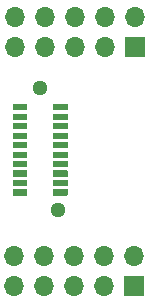
<source format=gbr>
From 2926e887c4360317809bd2a7eb4ad42290cfefe3 Mon Sep 17 00:00:00 2001
From: jaseg <git@jaseg.net>
Date: Fri, 2 Oct 2020 17:33:32 +0200
Subject: Initial commit

---
 .../gerber/dbg_connect_cable-F_Mask.gbr            | 531 +++++++++++++++++++++
 1 file changed, 531 insertions(+)
 create mode 100644 cable/dbg_connect_cable_90/gerber/dbg_connect_cable-F_Mask.gbr

(limited to 'cable/dbg_connect_cable_90/gerber/dbg_connect_cable-F_Mask.gbr')

diff --git a/cable/dbg_connect_cable_90/gerber/dbg_connect_cable-F_Mask.gbr b/cable/dbg_connect_cable_90/gerber/dbg_connect_cable-F_Mask.gbr
new file mode 100644
index 0000000..39f4b62
--- /dev/null
+++ b/cable/dbg_connect_cable_90/gerber/dbg_connect_cable-F_Mask.gbr
@@ -0,0 +1,531 @@
+%TF.GenerationSoftware,KiCad,Pcbnew,(5.99.0-2820-g96f4e8f6f)*%
+%TF.CreationDate,2020-10-02T17:31:36+02:00*%
+%TF.ProjectId,dbg_connect_cable,6462675f-636f-46e6-9e65-63745f636162,rev?*%
+%TF.SameCoordinates,Original*%
+%TF.FileFunction,Soldermask,Top*%
+%TF.FilePolarity,Negative*%
+%FSLAX46Y46*%
+G04 Gerber Fmt 4.6, Leading zero omitted, Abs format (unit mm)*
+G04 Created by KiCad (PCBNEW (5.99.0-2820-g96f4e8f6f)) date 2020-10-02 17:31:36*
+%MOMM*%
+%LPD*%
+G01*
+G04 APERTURE LIST*
+%ADD10C,1.290000*%
+%ADD11R,1.700000X1.700000*%
+%ADD12O,1.700000X1.700000*%
+G04 APERTURE END LIST*
+D10*
+%TO.C,J3*%
+X142000000Y-83800000D03*
+X143500000Y-94100000D03*
+G36*
+G01*
+X144299600Y-92860000D02*
+X143100400Y-92860000D01*
+G75*
+G02*
+X143090000Y-92849600I0J10400D01*
+G01*
+X143090000Y-92350400D01*
+G75*
+G02*
+X143100400Y-92340000I10400J0D01*
+G01*
+X144299600Y-92340000D01*
+G75*
+G02*
+X144310000Y-92350400I0J-10400D01*
+G01*
+X144310000Y-92849600D01*
+G75*
+G02*
+X144299600Y-92860000I-10400J0D01*
+G01*
+G37*
+G36*
+G01*
+X140899600Y-92860000D02*
+X139700400Y-92860000D01*
+G75*
+G02*
+X139690000Y-92849600I0J10400D01*
+G01*
+X139690000Y-92350400D01*
+G75*
+G02*
+X139700400Y-92340000I10400J0D01*
+G01*
+X140899600Y-92340000D01*
+G75*
+G02*
+X140910000Y-92350400I0J-10400D01*
+G01*
+X140910000Y-92849600D01*
+G75*
+G02*
+X140899600Y-92860000I-10400J0D01*
+G01*
+G37*
+G36*
+G01*
+X144299600Y-92060000D02*
+X143100400Y-92060000D01*
+G75*
+G02*
+X143090000Y-92049600I0J10400D01*
+G01*
+X143090000Y-91550400D01*
+G75*
+G02*
+X143100400Y-91540000I10400J0D01*
+G01*
+X144299600Y-91540000D01*
+G75*
+G02*
+X144310000Y-91550400I0J-10400D01*
+G01*
+X144310000Y-92049600D01*
+G75*
+G02*
+X144299600Y-92060000I-10400J0D01*
+G01*
+G37*
+G36*
+G01*
+X140899600Y-92060000D02*
+X139700400Y-92060000D01*
+G75*
+G02*
+X139690000Y-92049600I0J10400D01*
+G01*
+X139690000Y-91550400D01*
+G75*
+G02*
+X139700400Y-91540000I10400J0D01*
+G01*
+X140899600Y-91540000D01*
+G75*
+G02*
+X140910000Y-91550400I0J-10400D01*
+G01*
+X140910000Y-92049600D01*
+G75*
+G02*
+X140899600Y-92060000I-10400J0D01*
+G01*
+G37*
+G36*
+G01*
+X144299600Y-91260000D02*
+X143100400Y-91260000D01*
+G75*
+G02*
+X143090000Y-91249600I0J10400D01*
+G01*
+X143090000Y-90750400D01*
+G75*
+G02*
+X143100400Y-90740000I10400J0D01*
+G01*
+X144299600Y-90740000D01*
+G75*
+G02*
+X144310000Y-90750400I0J-10400D01*
+G01*
+X144310000Y-91249600D01*
+G75*
+G02*
+X144299600Y-91260000I-10400J0D01*
+G01*
+G37*
+G36*
+G01*
+X140899600Y-91260000D02*
+X139700400Y-91260000D01*
+G75*
+G02*
+X139690000Y-91249600I0J10400D01*
+G01*
+X139690000Y-90750400D01*
+G75*
+G02*
+X139700400Y-90740000I10400J0D01*
+G01*
+X140899600Y-90740000D01*
+G75*
+G02*
+X140910000Y-90750400I0J-10400D01*
+G01*
+X140910000Y-91249600D01*
+G75*
+G02*
+X140899600Y-91260000I-10400J0D01*
+G01*
+G37*
+G36*
+G01*
+X144299600Y-90460000D02*
+X143100400Y-90460000D01*
+G75*
+G02*
+X143090000Y-90449600I0J10400D01*
+G01*
+X143090000Y-89950400D01*
+G75*
+G02*
+X143100400Y-89940000I10400J0D01*
+G01*
+X144299600Y-89940000D01*
+G75*
+G02*
+X144310000Y-89950400I0J-10400D01*
+G01*
+X144310000Y-90449600D01*
+G75*
+G02*
+X144299600Y-90460000I-10400J0D01*
+G01*
+G37*
+G36*
+G01*
+X140899600Y-90460000D02*
+X139700400Y-90460000D01*
+G75*
+G02*
+X139690000Y-90449600I0J10400D01*
+G01*
+X139690000Y-89950400D01*
+G75*
+G02*
+X139700400Y-89940000I10400J0D01*
+G01*
+X140899600Y-89940000D01*
+G75*
+G02*
+X140910000Y-89950400I0J-10400D01*
+G01*
+X140910000Y-90449600D01*
+G75*
+G02*
+X140899600Y-90460000I-10400J0D01*
+G01*
+G37*
+G36*
+G01*
+X144299600Y-89660000D02*
+X143100400Y-89660000D01*
+G75*
+G02*
+X143090000Y-89649600I0J10400D01*
+G01*
+X143090000Y-89150400D01*
+G75*
+G02*
+X143100400Y-89140000I10400J0D01*
+G01*
+X144299600Y-89140000D01*
+G75*
+G02*
+X144310000Y-89150400I0J-10400D01*
+G01*
+X144310000Y-89649600D01*
+G75*
+G02*
+X144299600Y-89660000I-10400J0D01*
+G01*
+G37*
+G36*
+G01*
+X140899600Y-89660000D02*
+X139700400Y-89660000D01*
+G75*
+G02*
+X139690000Y-89649600I0J10400D01*
+G01*
+X139690000Y-89150400D01*
+G75*
+G02*
+X139700400Y-89140000I10400J0D01*
+G01*
+X140899600Y-89140000D01*
+G75*
+G02*
+X140910000Y-89150400I0J-10400D01*
+G01*
+X140910000Y-89649600D01*
+G75*
+G02*
+X140899600Y-89660000I-10400J0D01*
+G01*
+G37*
+G36*
+G01*
+X144299600Y-88860000D02*
+X143100400Y-88860000D01*
+G75*
+G02*
+X143090000Y-88849600I0J10400D01*
+G01*
+X143090000Y-88350400D01*
+G75*
+G02*
+X143100400Y-88340000I10400J0D01*
+G01*
+X144299600Y-88340000D01*
+G75*
+G02*
+X144310000Y-88350400I0J-10400D01*
+G01*
+X144310000Y-88849600D01*
+G75*
+G02*
+X144299600Y-88860000I-10400J0D01*
+G01*
+G37*
+G36*
+G01*
+X140899600Y-88860000D02*
+X139700400Y-88860000D01*
+G75*
+G02*
+X139690000Y-88849600I0J10400D01*
+G01*
+X139690000Y-88350400D01*
+G75*
+G02*
+X139700400Y-88340000I10400J0D01*
+G01*
+X140899600Y-88340000D01*
+G75*
+G02*
+X140910000Y-88350400I0J-10400D01*
+G01*
+X140910000Y-88849600D01*
+G75*
+G02*
+X140899600Y-88860000I-10400J0D01*
+G01*
+G37*
+G36*
+G01*
+X144299600Y-88060000D02*
+X143100400Y-88060000D01*
+G75*
+G02*
+X143090000Y-88049600I0J10400D01*
+G01*
+X143090000Y-87550400D01*
+G75*
+G02*
+X143100400Y-87540000I10400J0D01*
+G01*
+X144299600Y-87540000D01*
+G75*
+G02*
+X144310000Y-87550400I0J-10400D01*
+G01*
+X144310000Y-88049600D01*
+G75*
+G02*
+X144299600Y-88060000I-10400J0D01*
+G01*
+G37*
+G36*
+G01*
+X140899600Y-88060000D02*
+X139700400Y-88060000D01*
+G75*
+G02*
+X139690000Y-88049600I0J10400D01*
+G01*
+X139690000Y-87550400D01*
+G75*
+G02*
+X139700400Y-87540000I10400J0D01*
+G01*
+X140899600Y-87540000D01*
+G75*
+G02*
+X140910000Y-87550400I0J-10400D01*
+G01*
+X140910000Y-88049600D01*
+G75*
+G02*
+X140899600Y-88060000I-10400J0D01*
+G01*
+G37*
+G36*
+G01*
+X144299600Y-87260000D02*
+X143100400Y-87260000D01*
+G75*
+G02*
+X143090000Y-87249600I0J10400D01*
+G01*
+X143090000Y-86750400D01*
+G75*
+G02*
+X143100400Y-86740000I10400J0D01*
+G01*
+X144299600Y-86740000D01*
+G75*
+G02*
+X144310000Y-86750400I0J-10400D01*
+G01*
+X144310000Y-87249600D01*
+G75*
+G02*
+X144299600Y-87260000I-10400J0D01*
+G01*
+G37*
+G36*
+G01*
+X140899600Y-87260000D02*
+X139700400Y-87260000D01*
+G75*
+G02*
+X139690000Y-87249600I0J10400D01*
+G01*
+X139690000Y-86750400D01*
+G75*
+G02*
+X139700400Y-86740000I10400J0D01*
+G01*
+X140899600Y-86740000D01*
+G75*
+G02*
+X140910000Y-86750400I0J-10400D01*
+G01*
+X140910000Y-87249600D01*
+G75*
+G02*
+X140899600Y-87260000I-10400J0D01*
+G01*
+G37*
+G36*
+G01*
+X144299600Y-86460000D02*
+X143100400Y-86460000D01*
+G75*
+G02*
+X143090000Y-86449600I0J10400D01*
+G01*
+X143090000Y-85950400D01*
+G75*
+G02*
+X143100400Y-85940000I10400J0D01*
+G01*
+X144299600Y-85940000D01*
+G75*
+G02*
+X144310000Y-85950400I0J-10400D01*
+G01*
+X144310000Y-86449600D01*
+G75*
+G02*
+X144299600Y-86460000I-10400J0D01*
+G01*
+G37*
+G36*
+G01*
+X140899600Y-86460000D02*
+X139700400Y-86460000D01*
+G75*
+G02*
+X139690000Y-86449600I0J10400D01*
+G01*
+X139690000Y-85950400D01*
+G75*
+G02*
+X139700400Y-85940000I10400J0D01*
+G01*
+X140899600Y-85940000D01*
+G75*
+G02*
+X140910000Y-85950400I0J-10400D01*
+G01*
+X140910000Y-86449600D01*
+G75*
+G02*
+X140899600Y-86460000I-10400J0D01*
+G01*
+G37*
+G36*
+G01*
+X144299600Y-85660000D02*
+X143100400Y-85660000D01*
+G75*
+G02*
+X143090000Y-85649600I0J10400D01*
+G01*
+X143090000Y-85150400D01*
+G75*
+G02*
+X143100400Y-85140000I10400J0D01*
+G01*
+X144299600Y-85140000D01*
+G75*
+G02*
+X144310000Y-85150400I0J-10400D01*
+G01*
+X144310000Y-85649600D01*
+G75*
+G02*
+X144299600Y-85660000I-10400J0D01*
+G01*
+G37*
+G36*
+G01*
+X140899600Y-85660000D02*
+X139700400Y-85660000D01*
+G75*
+G02*
+X139690000Y-85649600I0J10400D01*
+G01*
+X139690000Y-85150400D01*
+G75*
+G02*
+X139700400Y-85140000I10400J0D01*
+G01*
+X140899600Y-85140000D01*
+G75*
+G02*
+X140910000Y-85150400I0J-10400D01*
+G01*
+X140910000Y-85649600D01*
+G75*
+G02*
+X140899600Y-85660000I-10400J0D01*
+G01*
+G37*
+%TD*%
+D11*
+%TO.C,J2*%
+X150000000Y-80300000D03*
+D12*
+X150000000Y-77760000D03*
+X147460000Y-80300000D03*
+X147460000Y-77760000D03*
+X144920000Y-80300000D03*
+X144920000Y-77760000D03*
+X142380000Y-80300000D03*
+X142380000Y-77760000D03*
+X139840000Y-80300000D03*
+X139840000Y-77760000D03*
+%TD*%
+D11*
+%TO.C,J1*%
+X149900000Y-100500000D03*
+D12*
+X149900000Y-97960000D03*
+X147360000Y-100500000D03*
+X147360000Y-97960000D03*
+X144820000Y-100500000D03*
+X144820000Y-97960000D03*
+X142280000Y-100500000D03*
+X142280000Y-97960000D03*
+X139740000Y-100500000D03*
+X139740000Y-97960000D03*
+%TD*%
+M02*
-- 
cgit 


</source>
